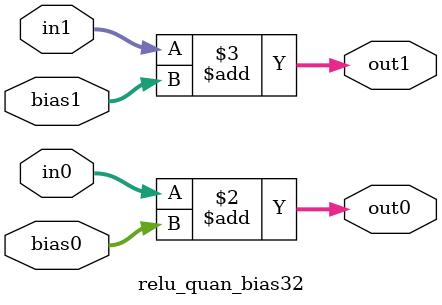
<source format=v>
module fc7 (
    input wire clk,
    input wire rst_n,
    input wire start,
    output reg finish,

    input wire [31:0] scale,
    output reg [ 3:0] weight_wea0,
    output reg [15:0] weight_addr0,
    input wire [31:0] weight_rdata0,
    output reg [ 3:0] weight_wea1,
    output reg [15:0] weight_addr1,
    input wire [31:0] weight_rdata1,

    // Activation sram, dual port
    output reg [ 3:0] act_wea0,
    output reg [15:0] act_addr0,
    output reg [31:0] act_wdata0,
    input wire [31:0] act_rdata0,
    output reg [ 3:0] act_wea1,
    output reg [15:0] act_addr1,
    output reg [31:0] act_wdata1,
    input wire [31:0] act_rdata1
);
    // Add your design here

    reg [3:0] state;
    reg [3:0] next_state;
    
    
    parameter [3:0] Pre=4'd0;
    parameter [3:0] PreLoad=4'd1;
    parameter [3:0] Comp=4'd2;
    parameter [3:0] Quan=4'd3;
    parameter [3:0] WriteData=4'd4;
    parameter [3:0] Wait_write0=4'd5;
    parameter [3:0] Wait_write1=4'd6;

    parameter [3:0] Finish=4'd8;
    parameter [3:0] Wait0=4'd10;
    parameter [3:0] Wait1=4'd11;
    parameter [3:0] Wait2=4'd12;
    parameter [3:0] Wait3=4'd13;
    parameter [3:0] Wait4=4'd14;

    
    reg [31:0]weight0;
    reg [31:0]weight1;
    reg [31:0]activation0;
    reg [31:0]activation1;
    wire signed [31:0]comp_res;
    innerproduct8 inpro8(
        .weight0(weight0[7 :0 ]),
        .weight1(weight0[15:8 ]),
        .weight2(weight0[23:16]),
        .weight3(weight0[31:24]),
        .weight4(weight1[7 :0 ]),
        .weight5(weight1[15:8 ]),
        .weight6(weight1[23:16]),
        .weight7(weight1[31:24]),
        
        .act0(activation0[7 :0 ]),
        .act1(activation0[15:8 ]),
        .act2(activation0[23:16]),
        .act3(activation0[31:24]),
        .act4(activation1[7 :0 ]),
        .act5(activation1[15:8 ]),
        .act6(activation1[23:16]),
        .act7(activation1[31:24]),

        .out(comp_res)
    );
    //ReLu, Quantization, Clamp
    reg [31:0]in0;
    reg [31:0]in1;
    //debug load bias
    reg [31:0]bias0;
    reg [31:0]bias1;
    wire [31:0]bias_out_act0;
    wire [31:0]bias_out_act1;
    relu_quan_bias32 reluq(
        .in0( in0 ),
        .in1( in1 ),
        .bias0( bias0 ),
        .bias1( bias1 ),
        .out0(bias_out_act0),
        .out1(bias_out_act1)
    );


    
    //weight count
    reg [15:0]weight_count;//0-20,21-41,42-62,63-83......
    reg [15:0]next_weight_count;
    always@(posedge clk) begin
        if(!rst_n) begin
            weight_count <= 16'd0;
        end
        else begin
            weight_count <= next_weight_count;
        end
    end
    always@(*)begin
        if (state==PreLoad||state==Wait0||state==Wait1||state==Comp)begin
                if(weight_count==16'd80)begin //0,2,4,...18,20,then 21,23,25...39,41,then 42,44...
                    next_weight_count =0; 
                end
                else next_weight_count =weight_count+16'd8;
            end
        else begin
            next_weight_count = weight_count;
        end
    end
    reg [15:0]row_weight_count;
    reg [15:0]next_row_weight_count;
    always@(posedge clk) begin
        if(!rst_n) begin
            row_weight_count <= 16'd0;
        end
        else begin
            row_weight_count <= next_row_weight_count;
        end
    end
    always@(*)begin
        if(weight_count==16'd80)begin //
            if(state==PreLoad||state==Wait0||state==Wait1||state==Comp)begin
                next_row_weight_count =row_weight_count+16'd1; 
            end
            else next_row_weight_count =row_weight_count; 
        end  
        else begin
            next_row_weight_count = row_weight_count;
        end
    end

    //weight counter to record what is currently computing ;
    reg [15:0]cpwt_count;
    reg [15:0]next_cpwt_count;
    always@(posedge clk) begin
        if(!rst_n) begin
            cpwt_count <= 16'd0;
        end
        else begin
            cpwt_count <= next_cpwt_count;
        end
    end
    always@(*)begin
        if (state==Comp||state==Wait2||state==Wait3||state==Wait4)begin
                if(cpwt_count==16'd80)begin 
                    next_cpwt_count =0; 
                end
                else next_cpwt_count = cpwt_count+16'd8;
            end
        else begin
            next_cpwt_count = cpwt_count;
        end
    end
    reg [15:0]row_cpwt_count;
    reg [15:0]next_row_cpwt_count;
    always@(posedge clk) begin
        if(!rst_n) begin
            row_cpwt_count <= 16'd0;
        end
        else begin
            row_cpwt_count <= next_row_cpwt_count;
        end
    end
    always@(*)begin
        if(cpwt_count==16'd80)begin //
            if(state==Comp||state==Wait2||state==Wait3||state==Wait4)begin
                next_row_cpwt_count =row_cpwt_count+16'd1; 
            end
            else next_row_cpwt_count =row_cpwt_count; 
        end  
        else begin
            next_row_cpwt_count = row_cpwt_count;
        end
    end

    
    //id of to-load activation 
    reg [7:0]cur_act_id;
    reg [7:0]next_cur_act_id;
    always@(posedge clk)begin
        if(!rst_n) begin
            cur_act_id<=8'd0;
        end
        else begin 
            cur_act_id <= next_cur_act_id;
        end
    end
    always @(*)begin
        if (state==PreLoad||state==Wait0||state==Wait1||state==Comp)begin
                if(cur_act_id==16'd80)begin //0,2,4,...18,20,then 21,23,25...39,41,then 42,44...
                    next_cur_act_id = 0; 
                end
                else next_cur_act_id = cur_act_id+16'd8;
            end
        else begin
            next_cur_act_id = cur_act_id;
        end
    end

    //id of computing act
    reg [7:0]cur_cpact_id;
    reg [7:0]next_cur_cpact_id;
    always@(posedge clk)begin
        if(!rst_n) begin
            cur_cpact_id<=8'd0;
        end
        else begin 
            cur_cpact_id <= next_cur_cpact_id;
        end
    end
    always @(*)begin
        if (state==Comp||state==Wait2||state==Wait3||state==Wait4)begin
                if(cur_cpact_id==16'd80)begin //0,2,4,...18,20,then 21,23,25...39,41,then 42,44...
                    next_cur_cpact_id = 0; 
                end
                else next_cur_cpact_id = cur_cpact_id+16'd8;
            end
        else begin
            next_cur_cpact_id = cur_cpact_id;
        end
    end

    //save result
    reg signed[31:0]out_act[9:0];//10個 32 bit
    reg signed[31:0]next_out_psum;
    integer  i;
    always@(posedge clk)begin
        if(!rst_n) begin
            for (i=0;i<10;i=i+1)begin
                out_act[i]<=0;
            end
        end
        else begin 
            out_act[row_cpwt_count] <= next_out_psum;
        end
    end
    always @(*)begin
        if(state==Comp||state==Wait2||state==Wait3||state==Wait4)begin
            next_out_psum = out_act[row_cpwt_count] + comp_res;
        end
        else begin
            next_out_psum = out_act[row_cpwt_count];
        end
    end
    
    //out id 
    reg [7:0]out_id_cnt;
    reg [7:0]next_out_id_cnt;
    always @(posedge clk)begin
        if(!rst_n)begin
            out_id_cnt <= 0;
        end
        else begin
            out_id_cnt <= next_out_id_cnt;
        end
    end
    always @(*)begin
        if(state==Quan)begin
            if(out_id_cnt==8'd8)begin
               next_out_id_cnt = 0; 
            end
            else begin
                next_out_id_cnt = out_id_cnt + 2;
            end
        end
        else begin
            next_out_id_cnt = out_id_cnt;
        end
    end
    
    always @(*)begin
        if(state==Quan)begin
            in0 = out_act[out_id_cnt + 0];
            in1 = out_act[out_id_cnt + 1];
        end
        else begin
            in0 = 0;
            in1 = 0;
        end
    end
    //control the input of innerproduct
    always @(*)begin
        if(state==Comp||state==Wait2||state==Wait3||state==Wait4)begin
            if(cur_cpact_id==80)begin
                weight0=weight_rdata0;
                weight1=0; 
                activation0=act_rdata0;
                activation1=0;
            end
            else begin
                weight0=weight_rdata0;
                weight1=weight_rdata1; 
                activation0=act_rdata0;
                activation1=act_rdata1;
            end
        end
        else begin
            weight0=0;
            weight1=0; 
            activation0=0;
            activation1=0;
        end
    end
    //load bias
    reg [3:0] bias_cnt;
    reg [3:0] next_bias_cnt;
    always @(posedge clk)begin
        if(!rst_n)begin
            bias_cnt <= 0;
        end
        else begin
            bias_cnt <= next_bias_cnt;
        end
    end
    always @(*)begin
        if(state==Wait2||state==Wait3||state==Wait4||state==Quan)begin
            next_bias_cnt = bias_cnt + 2;
        end
        else begin
            next_bias_cnt = bias_cnt;
        end
    end
    always @(*)begin
        if(state==Quan)begin
            bias0 = weight_rdata0;
            bias1 = weight_rdata1;
        end
        else begin
            bias0 = 0;
            bias1 = 0;
        end
    end
//FSM
    always@(posedge clk) begin
        if(!rst_n) begin
            state <= Pre;
        end
        else begin
            state <= next_state;
        end
    end
    always @*begin
        case(state)
            Pre:begin
                weight_addr0=0;
                weight_addr1=0;
                weight_wea0 = 4'b0000;
                weight_wea1 = 4'b0000;
                act_wea0  = 4'b0000;
                act_addr0 = 16'd0;
                act_wea1  = 4'b000; 
                act_addr1 = 16'd0 ;
                act_wdata0 = 32'd0;
                act_wdata1 = 32'd0;
                if(start==1'b1)begin
                    next_state=PreLoad;
                end
                else begin
                    next_state=Pre;
                end
                finish = 0;
            end
            PreLoad:begin
                next_state=Wait0;
                act_addr0=16'd722 + {10'b0,cur_act_id [7:2]};
                act_addr1=16'd722 + {10'b0,cur_act_id [7:2]}+1;
                weight_addr0=16'd15540 + row_weight_count*16'd21 + weight_count[15:2];
                weight_addr1=16'd15540 + row_weight_count*16'd21 + weight_count[15:2]+16'd1;
                
                weight_wea0 = 4'b0000;
                weight_wea1 = 4'b0000;
                act_wea0=4'b0000;
                act_wea1=4'b0000;
                act_wdata0 = 0;
                act_wdata1 = 0;
                finish = 0;
            end
            Wait0:begin
                act_addr0=16'd722 + {10'b0,cur_act_id [7:2]};
                act_addr1=16'd722 + {10'b0,cur_act_id [7:2]}+1;
                weight_addr0=16'd15540 + row_weight_count*16'd21 + weight_count[15:2];
                weight_addr1=16'd15540 + row_weight_count*16'd21 + weight_count[15:2]+16'd1;
                next_state=Wait1;
                weight_wea0 = 4'b0000;
                weight_wea1 = 4'b0000;
                act_wea0=4'b0000;
                act_wea1=4'b0000;
                act_wdata0 = 0;
                act_wdata1 = 0;
                finish = 0;
            end
            Wait1:begin
                act_addr0=16'd722 + {10'b0,cur_act_id [7:2]};
                act_addr1=16'd722 + {10'b0,cur_act_id [7:2]}+1;
                weight_addr0=16'd15540 + row_weight_count*16'd21 + weight_count[15:2];
                weight_addr1=16'd15540 + row_weight_count*16'd21 + weight_count[15:2]+16'd1;
                next_state=Comp;
                weight_wea0 = 4'b0000;
                weight_wea1 = 4'b0000;
                act_wea0=4'b0000;
                act_wea1=4'b0000;
                act_wdata0 = 0;
                act_wdata1 = 0;
                finish = 0;
            end
            
            Comp:begin
                //load data (3 cycle later)
                act_addr0=16'd722 + {10'b0,cur_act_id [7:2]};
                act_addr1=16'd722 + {10'b0,cur_act_id [7:2]}+1;
                weight_addr0=16'd15540 + row_weight_count*16'd21 + weight_count[15:2];
                weight_addr1=16'd15540 + row_weight_count*16'd21 + weight_count[15:2]+16'd1;
                weight_wea0 = 4'b0000;
                weight_wea1 = 4'b0000;
                act_wea0=4'b0000;
                act_wea1=4'b0000;
                act_wdata0 = 0;
                act_wdata1 = 0;
                //data for computing
                if(weight_count==80 && row_weight_count==16'd9)begin
                    next_state=Wait2;
                end
                else begin
                    next_state=Comp;
                end
                finish = 0;
            end 
            Wait2:begin
                act_addr0=0;
                act_addr1=0;
                weight_addr0=16'd15750 + bias_cnt;
                weight_addr1=16'd15750 + bias_cnt + 1;
                weight_wea0 = 4'b0000;
                weight_wea1 = 4'b0000;
                act_wea0=4'b0000;
                act_wea1=4'b0000;
                act_wdata0 = 0;
                act_wdata1 = 0;
                next_state=Wait3;
                finish = 0;
            end
            Wait3:begin
                act_addr0=0;
                act_addr1=0;
                weight_addr0=16'd15750 + bias_cnt;
                weight_addr1=16'd15750 + bias_cnt + 1;
                weight_wea0 = 4'b0000;
                weight_wea1 = 4'b0000;
                act_wea0=4'b0000;
                act_wea1=4'b0000;
                act_wdata0 = 0;
                act_wdata1 = 0;
                next_state=Wait4;
                finish = 0;
            end
            Wait4:begin
                weight_addr0=16'd15750 + bias_cnt;
                weight_addr1=16'd15750 + bias_cnt + 1;
                weight_wea0 = 4'b0000;
                weight_wea1 = 4'b0000;
                act_addr0=0;
                act_addr1=0;
                act_wea0=4'b0000;
                act_wea1=4'b0000;
                act_wdata0 = 0;
                act_wdata1 = 0;
                next_state=Quan;
                finish = 0;
            end
            Quan:begin
                next_state=WriteData;
                weight_addr0=16'd15750 + bias_cnt;
                weight_addr1=16'd15750 + bias_cnt + 1;
                weight_wea0 = 4'b0000;
                weight_wea1 = 4'b0000;
                act_wea0  = 4'b1111;
                act_addr0 = 16'd743 + out_id_cnt;
                act_wea1  = 4'b1111; 
                act_addr1 = 16'd743 + out_id_cnt + 1;
                act_wdata0 = bias_out_act0;
                act_wdata1 = bias_out_act1;
                if(out_id_cnt==8)begin
                    next_state = Wait_write0;
                end
                else begin
                    next_state = Quan;
                end
                finish = 0;
                
            end
            Wait_write0:begin
                weight_addr0=0;
                weight_addr1=0;
                weight_wea0 = 4'b0000;
                weight_wea1 = 4'b0000;
                act_wea0  = 4'b0000;
                act_addr0 = 16'd0;
                act_wea1  = 4'b000; 
                act_addr1 = 16'd0 ;
                act_wdata0 = 32'd0;
                act_wdata1 = 32'd0;
                next_state = Wait_write1;
                finish = 0;
            end
            Wait_write1:begin
                weight_addr0=0;
                weight_addr1=0;
                weight_wea0 = 4'b0000;
                weight_wea1 = 4'b0000;
                act_wea0  = 4'b0000;
                act_addr0 = 16'd0;
                act_wea1  = 4'b000; 
                act_addr1 = 16'd0 ;
                act_wdata0 = 32'd0;
                act_wdata1 = 32'd0;
                next_state = Finish;
                finish = 0;
            end
            Finish:begin
                weight_addr0=0;
                weight_addr1=0;
                weight_wea0 = 4'b0000;
                weight_wea1 = 4'b0000;
                act_wea0  = 4'b0000;
                act_addr0 = 16'd0;
                act_wea1  = 4'b000; 
                act_addr1 = 16'd0 ;
                act_wdata0 = 32'd0;
                act_wdata1 = 32'd0;
                next_state = Finish;
                finish = 1;
            end
            default:  begin
                weight_addr0=0;
                weight_addr1=0;
                weight_wea0 = 4'b0000;
                weight_wea1 = 4'b0000;
                act_wea0  = 4'b0000;
                act_addr0 = 16'd0;
                act_wea1  = 4'b000; 
                act_addr1 = 16'd0 ;
                act_wdata0 = 32'd0;
                act_wdata1 = 32'd0;
                next_state=Pre;
                finish = 0;
            end 
        endcase
    end
endmodule

module relu_quan_bias32(
    input signed [31:0]in0,
    input signed [31:0]in1,
    input signed [31:0]bias0,
    input signed [31:0]bias1,
    output signed [31:0]out0,
    output signed [31:0]out1
);
    assign out0 = in0 + bias0;
    assign out1 = in1 + bias1;

endmodule
</source>
